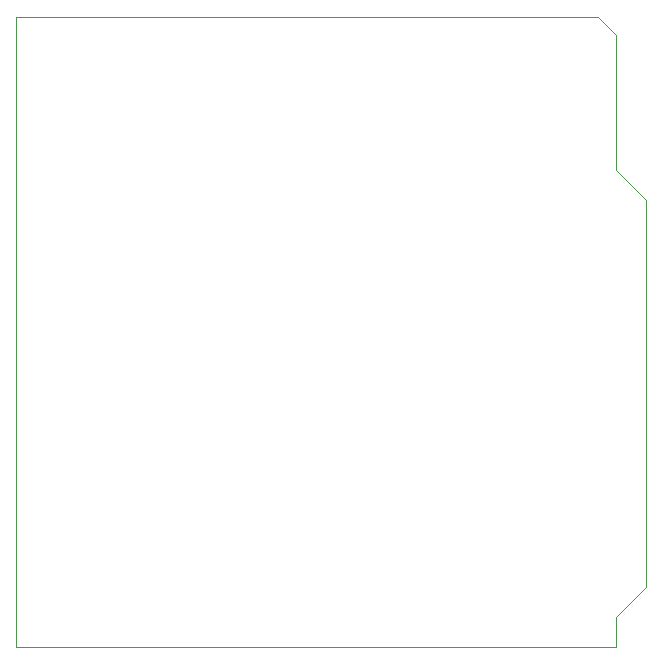
<source format=gbr>
%TF.GenerationSoftware,KiCad,Pcbnew,(6.0.11)*%
%TF.CreationDate,2023-02-17T08:49:58+01:00*%
%TF.ProjectId,dac-shield,6461632d-7368-4696-956c-642e6b696361,rev.0*%
%TF.SameCoordinates,Original*%
%TF.FileFunction,Profile,NP*%
%FSLAX46Y46*%
G04 Gerber Fmt 4.6, Leading zero omitted, Abs format (unit mm)*
G04 Created by KiCad (PCBNEW (6.0.11)) date 2023-02-17 08:49:58*
%MOMM*%
%LPD*%
G01*
G04 APERTURE LIST*
%TA.AperFunction,Profile*%
%ADD10C,0.100000*%
%TD*%
G04 APERTURE END LIST*
D10*
X160020000Y-77724000D02*
X158496000Y-76200000D01*
X109220000Y-76200000D02*
X109220000Y-129540000D01*
X109220000Y-129540000D02*
X160020000Y-129540000D01*
X160020000Y-89154000D02*
X160020000Y-77724000D01*
X162560000Y-124460000D02*
X162560000Y-91694000D01*
X160020000Y-129540000D02*
X160020000Y-127000000D01*
X160020000Y-127000000D02*
X162560000Y-124460000D01*
X162560000Y-91694000D02*
X160020000Y-89154000D01*
X158496000Y-76200000D02*
X109220000Y-76200000D01*
M02*

</source>
